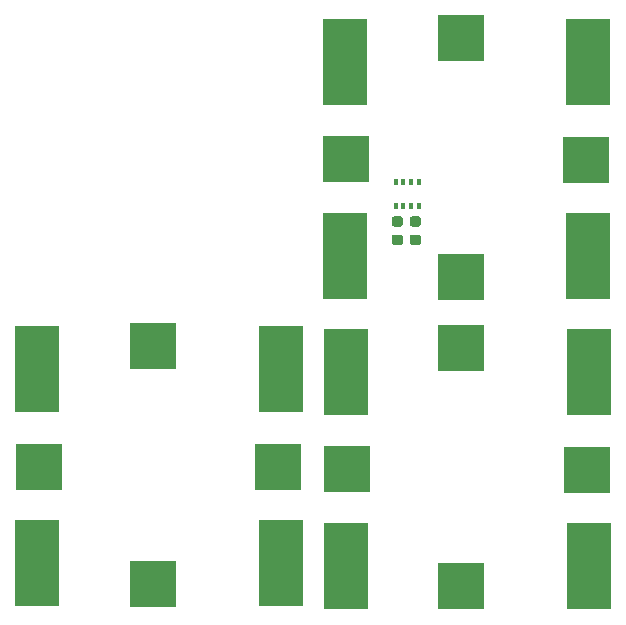
<source format=gbr>
%TF.GenerationSoftware,KiCad,Pcbnew,(5.1.10)-1*%
%TF.CreationDate,2023-09-11T18:35:05-05:00*%
%TF.ProjectId,perovskite_contact_board,7065726f-7673-46b6-9974-655f636f6e74,V3*%
%TF.SameCoordinates,Original*%
%TF.FileFunction,Paste,Top*%
%TF.FilePolarity,Positive*%
%FSLAX46Y46*%
G04 Gerber Fmt 4.6, Leading zero omitted, Abs format (unit mm)*
G04 Created by KiCad (PCBNEW (5.1.10)-1) date 2023-09-11 18:35:05*
%MOMM*%
%LPD*%
G01*
G04 APERTURE LIST*
%ADD10R,0.350000X0.500000*%
%ADD11R,4.000000X4.000000*%
%ADD12R,3.800000X7.400000*%
G04 APERTURE END LIST*
D10*
%TO.C,U7*%
X158963000Y-88451800D03*
X158313000Y-88451800D03*
X157663000Y-88451800D03*
X157013000Y-88451800D03*
X157013000Y-86401800D03*
X157663000Y-86401800D03*
X158313000Y-86401800D03*
X158963000Y-86401800D03*
%TD*%
%TO.C,C2*%
G36*
G01*
X156912500Y-90863300D02*
X157412500Y-90863300D01*
G75*
G02*
X157637500Y-91088300I0J-225000D01*
G01*
X157637500Y-91538300D01*
G75*
G02*
X157412500Y-91763300I-225000J0D01*
G01*
X156912500Y-91763300D01*
G75*
G02*
X156687500Y-91538300I0J225000D01*
G01*
X156687500Y-91088300D01*
G75*
G02*
X156912500Y-90863300I225000J0D01*
G01*
G37*
G36*
G01*
X156912500Y-89313300D02*
X157412500Y-89313300D01*
G75*
G02*
X157637500Y-89538300I0J-225000D01*
G01*
X157637500Y-89988300D01*
G75*
G02*
X157412500Y-90213300I-225000J0D01*
G01*
X156912500Y-90213300D01*
G75*
G02*
X156687500Y-89988300I0J225000D01*
G01*
X156687500Y-89538300D01*
G75*
G02*
X156912500Y-89313300I225000J0D01*
G01*
G37*
%TD*%
%TO.C,C1*%
G36*
G01*
X158436500Y-90863300D02*
X158936500Y-90863300D01*
G75*
G02*
X159161500Y-91088300I0J-225000D01*
G01*
X159161500Y-91538300D01*
G75*
G02*
X158936500Y-91763300I-225000J0D01*
G01*
X158436500Y-91763300D01*
G75*
G02*
X158211500Y-91538300I0J225000D01*
G01*
X158211500Y-91088300D01*
G75*
G02*
X158436500Y-90863300I225000J0D01*
G01*
G37*
G36*
G01*
X158436500Y-89313300D02*
X158936500Y-89313300D01*
G75*
G02*
X159161500Y-89538300I0J-225000D01*
G01*
X159161500Y-89988300D01*
G75*
G02*
X158936500Y-90213300I-225000J0D01*
G01*
X158436500Y-90213300D01*
G75*
G02*
X158211500Y-89988300I0J225000D01*
G01*
X158211500Y-89538300D01*
G75*
G02*
X158436500Y-89313300I225000J0D01*
G01*
G37*
%TD*%
D11*
%TO.C,U3*%
X162577500Y-100463000D03*
X162577500Y-120663000D03*
X173177500Y-110763000D03*
X152877500Y-110713000D03*
D12*
X173377500Y-118913000D03*
X173377500Y-102463000D03*
X152777500Y-102463000D03*
X152777500Y-118913000D03*
%TD*%
D11*
%TO.C,U2*%
X136479000Y-100263000D03*
X136479000Y-120463000D03*
X147079000Y-110563000D03*
X126779000Y-110513000D03*
D12*
X147279000Y-118713000D03*
X147279000Y-102263000D03*
X126679000Y-102263000D03*
X126679000Y-118713000D03*
%TD*%
D11*
%TO.C,U1*%
X162514000Y-74260000D03*
X162514000Y-94460000D03*
X173114000Y-84560000D03*
X152814000Y-84510000D03*
D12*
X173314000Y-92710000D03*
X173314000Y-76260000D03*
X152714000Y-76260000D03*
X152714000Y-92710000D03*
%TD*%
M02*

</source>
